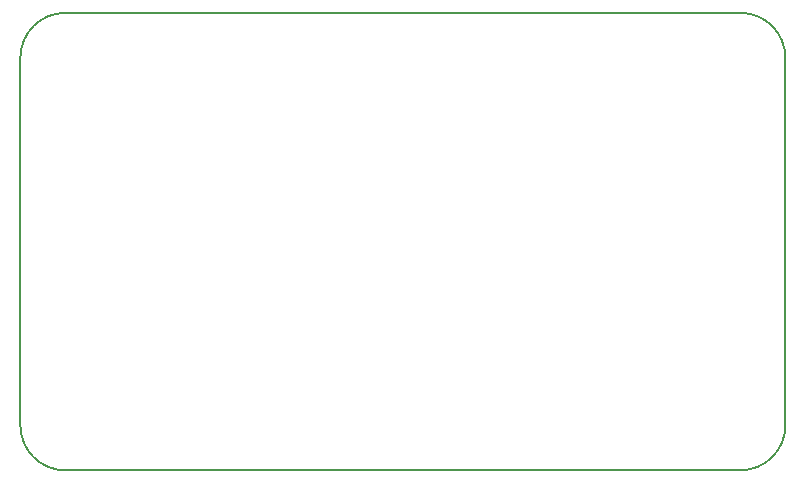
<source format=gbr>
G04 #@! TF.GenerationSoftware,KiCad,Pcbnew,(5.0.2)-1*
G04 #@! TF.CreationDate,2021-10-26T14:02:46-04:00*
G04 #@! TF.ProjectId,thermistor_amplifier,74686572-6d69-4737-946f-725f616d706c,rev?*
G04 #@! TF.SameCoordinates,Original*
G04 #@! TF.FileFunction,Profile,NP*
%FSLAX46Y46*%
G04 Gerber Fmt 4.6, Leading zero omitted, Abs format (unit mm)*
G04 Created by KiCad (PCBNEW (5.0.2)-1) date 10/26/2021 2:02:46 PM*
%MOMM*%
%LPD*%
G01*
G04 APERTURE LIST*
%ADD10C,0.200000*%
G04 APERTURE END LIST*
D10*
X90805000Y-95885000D02*
X90805000Y-64770000D01*
X151765000Y-99695000D02*
X94615000Y-99695000D01*
X155575000Y-64770000D02*
X155575000Y-95885000D01*
X94615000Y-60960000D02*
X151765000Y-60960000D01*
X90805000Y-64770000D02*
G75*
G02X94615000Y-60960000I3810000J0D01*
G01*
X94615000Y-99695000D02*
G75*
G02X90805000Y-95885000I0J3810000D01*
G01*
X155575000Y-95885000D02*
G75*
G02X151765000Y-99695000I-3810000J0D01*
G01*
X151765000Y-60960000D02*
G75*
G02X155575000Y-64770000I0J-3810000D01*
G01*
M02*

</source>
